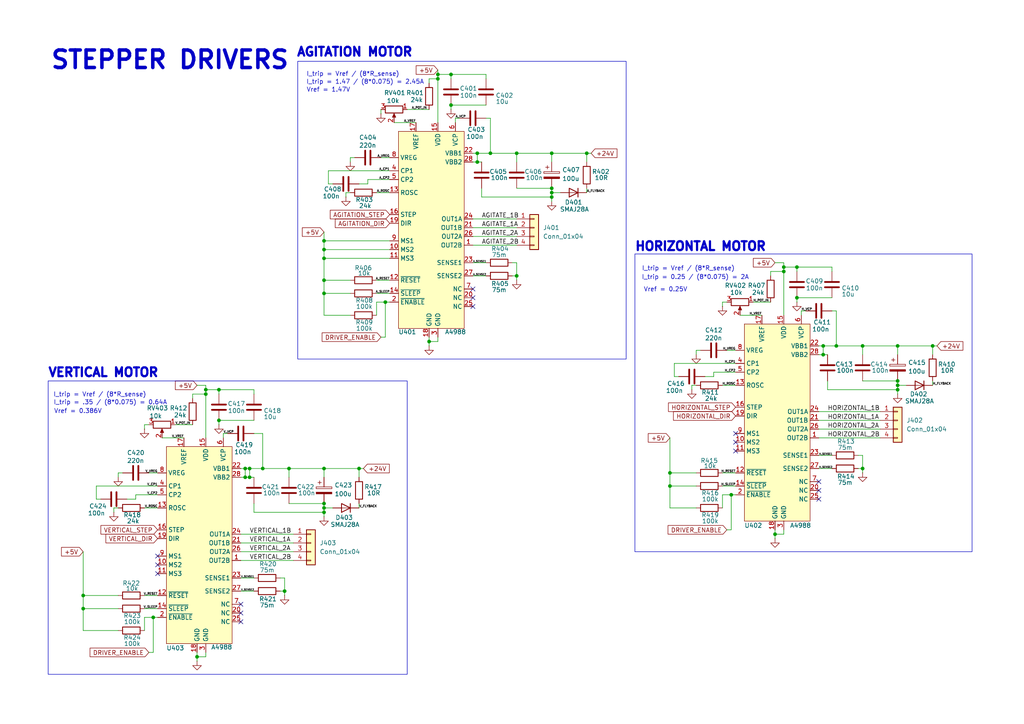
<source format=kicad_sch>
(kicad_sch (version 20250114) (generator "eeschema") (generator_version "9.0")
  (paper "A4")
  (lib_symbols
    (symbol "A4988_1"
      (property "Reference" "U" (at -7.874 20.066 0))
      (property "Value" "A4988" (at 7.366 -39.37 0))
      (symbol "A4988_1_1_1"
        (pin passive line (at -11.43 11.43 0) (length 2.54) (name "VREG") (number "8"))
        (pin input line (at -11.43 7.62 0) (length 2.54) (name "CP1") (number "4"))
        (pin input line (at -11.43 5.08 0) (length 2.54) (name "CP2") (number "5"))
        (pin input line (at -11.43 1.27 0) (length 2.54) (name "ROSC") (number "13"))
        (pin input line (at -11.43 -5.08 0) (length 2.54) (name "STEP") (number "16"))
        (pin input line (at -11.43 -7.62 0) (length 2.54) (name "DIR") (number "19"))
        (pin input line (at -11.43 -12.7 0) (length 2.54) (name "MS1") (number "9"))
        (pin input line (at -11.43 -15.24 0) (length 2.54) (name "MS2") (number "10"))
        (pin input line (at -11.43 -17.78 0) (length 2.54) (name "MS3") (number "11"))
        (pin input line (at -11.43 -24.13 0) (length 2.54) (name "~{RESET}") (number "12"))
        (pin input line (at -11.43 -27.94 0) (length 2.54) (name "~{SLEEP}") (number "14"))
        (pin input line (at -11.43 -30.48 0) (length 2.54) (name "~{ENABLE}") (number "2"))
        (pin passive line (at -3.81 21.59 270) (length 2.54) (name "VREF") (number "17"))
        (pin passive line (at 0 -40.64 90) (length 2.54) (name "GND") (number "18"))
        (pin passive line (at 0 -40.64 90) (length 2.54) (hide yes) (name "GND") (number "29"))
        (pin passive line (at 2.54 21.59 270) (length 2.54) (name "VDD") (number "15"))
        (pin passive line (at 2.54 -40.64 90) (length 2.54) (name "GND") (number "3"))
        (pin input line (at 7.62 21.59 270) (length 2.54) (name "VCP") (number "6"))
        (pin input line (at 12.7 12.7 180) (length 2.54) (name "VBB1") (number "22"))
        (pin input line (at 12.7 10.16 180) (length 2.54) (name "VBB2") (number "28"))
        (pin output line (at 12.7 -6.35 180) (length 2.54) (name "OUT1A") (number "24"))
        (pin output line (at 12.7 -8.89 180) (length 2.54) (name "OUT1B") (number "21"))
        (pin output line (at 12.7 -11.43 180) (length 2.54) (name "OUT2A") (number "26"))
        (pin output line (at 12.7 -13.97 180) (length 2.54) (name "OUT2B") (number "1"))
        (pin passive line (at 12.7 -19.05 180) (length 2.54) (name "SENSE1") (number "23"))
        (pin passive line (at 12.7 -22.86 180) (length 2.54) (name "SENSE2") (number "27"))
        (pin passive line (at 12.7 -26.67 180) (length 2.54) (name "NC") (number "7"))
        (pin passive line (at 12.7 -29.21 180) (length 2.54) (name "NC") (number "20"))
        (pin passive line (at 12.7 -31.75 180) (length 2.54) (name "NC") (number "25"))
      )
    )
    (symbol "A4988_2"
      (property "Reference" "U" (at -7.874 20.066 0))
      (property "Value" "A4988" (at 7.366 -39.37 0))
      (symbol "A4988_2_1_1"
        (pin passive line (at -11.43 11.43 0) (length 2.54) (name "VREG") (number "8"))
        (pin input line (at -11.43 7.62 0) (length 2.54) (name "CP1") (number "4"))
        (pin input line (at -11.43 5.08 0) (length 2.54) (name "CP2") (number "5"))
        (pin input line (at -11.43 1.27 0) (length 2.54) (name "ROSC") (number "13"))
        (pin input line (at -11.43 -5.08 0) (length 2.54) (name "STEP") (number "16"))
        (pin input line (at -11.43 -7.62 0) (length 2.54) (name "DIR") (number "19"))
        (pin input line (at -11.43 -12.7 0) (length 2.54) (name "MS1") (number "9"))
        (pin input line (at -11.43 -15.24 0) (length 2.54) (name "MS2") (number "10"))
        (pin input line (at -11.43 -17.78 0) (length 2.54) (name "MS3") (number "11"))
        (pin input line (at -11.43 -24.13 0) (length 2.54) (name "~{RESET}") (number "12"))
        (pin input line (at -11.43 -27.94 0) (length 2.54) (name "~{SLEEP}") (number "14"))
        (pin input line (at -11.43 -30.48 0) (length 2.54) (name "~{ENABLE}") (number "2"))
        (pin passive line (at -3.81 21.59 270) (length 2.54) (name "VREF") (number "17"))
        (pin passive line (at 0 -40.64 90) (length 2.54) (name "GND") (number "18"))
        (pin passive line (at 0 -40.64 90) (length 2.54) (hide yes) (name "GND") (number "29"))
        (pin passive line (at 2.54 21.59 270) (length 2.54) (name "VDD") (number "15"))
        (pin passive line (at 2.54 -40.64 90) (length 2.54) (name "GND") (number "3"))
        (pin input line (at 7.62 21.59 270) (length 2.54) (name "VCP") (number "6"))
        (pin input line (at 12.7 12.7 180) (length 2.54) (name "VBB1") (number "22"))
        (pin input line (at 12.7 10.16 180) (length 2.54) (name "VBB2") (number "28"))
        (pin output line (at 12.7 -6.35 180) (length 2.54) (name "OUT1A") (number "24"))
        (pin output line (at 12.7 -8.89 180) (length 2.54) (name "OUT1B") (number "21"))
        (pin output line (at 12.7 -11.43 180) (length 2.54) (name "OUT2A") (number "26"))
        (pin output line (at 12.7 -13.97 180) (length 2.54) (name "OUT2B") (number "1"))
        (pin passive line (at 12.7 -19.05 180) (length 2.54) (name "SENSE1") (number "23"))
        (pin passive line (at 12.7 -22.86 180) (length 2.54) (name "SENSE2") (number "27"))
        (pin passive line (at 12.7 -26.67 180) (length 2.54) (name "NC") (number "7"))
        (pin passive line (at 12.7 -29.21 180) (length 2.54) (name "NC") (number "20"))
        (pin passive line (at 12.7 -31.75 180) (length 2.54) (name "NC") (number "25"))
      )
    )
    (symbol "Connector_Generic:Conn_01x04" (pin_names (offset 1.016) (hide yes))
      (property "Reference" "J" (at 0 5.08 0))
      (property "Value" "Conn_01x04" (at 0 -7.62 0))
      (symbol "Conn_01x04_1_1"
        (pin passive line (at -5.08 2.54 0) (length 3.81) (name "Pin_1") (number "1"))
        (pin passive line (at -5.08 0 0) (length 3.81) (name "Pin_2") (number "2"))
        (pin passive line (at -5.08 -2.54 0) (length 3.81) (name "Pin_3") (number "3"))
        (pin passive line (at -5.08 -5.08 0) (length 3.81) (name "Pin_4") (number "4"))
      )
    )
    (symbol "Device:C" (pin_numbers (hide yes)) (pin_names (offset 0.254))
      (property "Reference" "C" (at 0.635 2.54 0))
      (property "Value" "C" (at 0.635 -2.54 0))
      (symbol "C_1_1"
        (pin passive line (at 0 3.81 270) (length 2.794) (name "~") (number "1"))
        (pin passive line (at 0 -3.81 90) (length 2.794) (name "~") (number "2"))
      )
    )
    (symbol "Device:C_Polarized" (pin_numbers (hide yes)) (pin_names (offset 0.254))
      (property "Reference" "C" (at 0.635 2.54 0))
      (property "Value" "C_Polarized" (at 0.635 -2.54 0))
      (symbol "C_Polarized_1_1"
        (pin passive line (at 0 3.81 270) (length 2.794) (name "~") (number "1"))
        (pin passive line (at 0 -3.81 90) (length 2.794) (name "~") (number "2"))
      )
    )
    (symbol "Device:D" (pin_numbers (hide yes)) (pin_names (offset 1.016) (hide yes))
      (property "Reference" "D" (at 0 2.54 0))
      (property "Value" "D" (at 0 -2.54 0))
      (symbol "D_1_1"
        (pin passive line (at -3.81 0 0) (length 2.54) (name "K") (number "1"))
        (pin passive line (at 3.81 0 180) (length 2.54) (name "A") (number "2"))
      )
    )
    (symbol "Device:R" (pin_numbers (hide yes)) (pin_names (offset 0))
      (property "Reference" "R" (at 2.032 0 90))
      (property "Value" "R" (at 0 0 90))
      (symbol "R_1_1"
        (pin passive line (at 0 3.81 270) (length 1.27) (name "~") (number "1"))
        (pin passive line (at 0 -3.81 90) (length 1.27) (name "~") (number "2"))
      )
    )
    (symbol "Device:R_Potentiometer" (pin_names (offset 1.016) (hide yes))
      (property "Reference" "RV" (at -4.445 0 90))
      (property "Value" "R_Potentiometer" (at -2.54 0 90))
      (symbol "R_Potentiometer_1_1"
        (pin passive line (at 0 3.81 270) (length 1.27) (name "1") (number "1"))
        (pin passive line (at 0 -3.81 90) (length 1.27) (name "3") (number "3"))
        (pin passive line (at 3.81 0 180) (length 1.27) (name "2") (number "2"))
      )
    )
    (symbol "a4988_symbol:A4988"
      (property "Reference" "U" (at -7.874 20.066 0))
      (property "Value" "A4988" (at 7.366 -39.37 0))
      (symbol "A4988_1_1"
        (pin passive line (at -11.43 11.43 0) (length 2.54) (name "VREG") (number "8"))
        (pin input line (at -11.43 7.62 0) (length 2.54) (name "CP1") (number "4"))
        (pin input line (at -11.43 5.08 0) (length 2.54) (name "CP2") (number "5"))
        (pin input line (at -11.43 1.27 0) (length 2.54) (name "ROSC") (number "13"))
        (pin input line (at -11.43 -5.08 0) (length 2.54) (name "STEP") (number "16"))
        (pin input line (at -11.43 -7.62 0) (length 2.54) (name "DIR") (number "19"))
        (pin input line (at -11.43 -12.7 0) (length 2.54) (name "MS1") (number "9"))
        (pin input line (at -11.43 -15.24 0) (length 2.54) (name "MS2") (number "10"))
        (pin input line (at -11.43 -17.78 0) (length 2.54) (name "MS3") (number "11"))
        (pin input line (at -11.43 -24.13 0) (length 2.54) (name "~{RESET}") (number "12"))
        (pin input line (at -11.43 -27.94 0) (length 2.54) (name "~{SLEEP}") (number "14"))
        (pin input line (at -11.43 -30.48 0) (length 2.54) (name "~{ENABLE}") (number "2"))
        (pin passive line (at -3.81 21.59 270) (length 2.54) (name "VREF") (number "17"))
        (pin passive line (at 0 -40.64 90) (length 2.54) (name "GND") (number "18"))
        (pin passive line (at 0 -40.64 90) (length 2.54) (hide yes) (name "GND") (number "29"))
        (pin passive line (at 2.54 21.59 270) (length 2.54) (name "VDD") (number "15"))
        (pin passive line (at 2.54 -40.64 90) (length 2.54) (name "GND") (number "3"))
        (pin input line (at 7.62 21.59 270) (length 2.54) (name "VCP") (number "6"))
        (pin input line (at 12.7 12.7 180) (length 2.54) (name "VBB1") (number "22"))
        (pin input line (at 12.7 10.16 180) (length 2.54) (name "VBB2") (number "28"))
        (pin output line (at 12.7 -6.35 180) (length 2.54) (name "OUT1A") (number "24"))
        (pin output line (at 12.7 -8.89 180) (length 2.54) (name "OUT1B") (number "21"))
        (pin output line (at 12.7 -11.43 180) (length 2.54) (name "OUT2A") (number "26"))
        (pin output line (at 12.7 -13.97 180) (length 2.54) (name "OUT2B") (number "1"))
        (pin passive line (at 12.7 -19.05 180) (length 2.54) (name "SENSE1") (number "23"))
        (pin passive line (at 12.7 -22.86 180) (length 2.54) (name "SENSE2") (number "27"))
        (pin passive line (at 12.7 -26.67 180) (length 2.54) (name "NC") (number "7"))
        (pin passive line (at 12.7 -29.21 180) (length 2.54) (name "NC") (number "20"))
        (pin passive line (at 12.7 -31.75 180) (length 2.54) (name "NC") (number "25"))
      )
    )
    (symbol "power:GND" (power) (pin_numbers (hide yes)) (pin_names (offset 0) (hide yes))
      (property "Value" "GND" (at 0 -3.81 0))
      (symbol "GND_1_1"
        (pin power_in line (at 0 0 270) (length 0) (name "~") (number "1"))
      )
    )
  )
  (rectangle (start 86.36 17.78) (end 181.61 104.14))
  (rectangle (start 184.15 73.66) (end 281.94 160.02))
  (rectangle (start 13.97 110.49) (end 118.11 195.58))
  (text "I_trip = 0.25 / (8*0.075) = 2A" (at 201.676 80.518 0) (effects (font (size 1.27 1.27))))
  (text "I_trip = Vref / (8*R_sense)" (at 28.956 114.554 0) (effects (font (size 1.27 1.27))))
  (text "I_trip = Vref / (8*R_sense)" (at 102.362 21.59 0) (effects (font (size 1.27 1.27))))
  (text "Vref = 1.47V" (at 95.25 26.162 0) (effects (font (size 1.27 1.27))))
  (text "I_trip = Vref / (8*R_sense)" (at 199.644 77.978 0) (effects (font (size 1.27 1.27))))
  (text "VERTICAL MOTOR" (at 29.972 108.204 0) (effects (font (size 2.54 2.54) (thickness 1.016) (bold yes))))
  (text "Vref = 0.386V" (at 22.606 119.38 0) (effects (font (size 1.27 1.27))))
  (text "I_trip = .35 / (8*0.075) = 0.64A" (at 32.004 116.84 0) (effects (font (size 1.27 1.27))))
  (text "AGITATION MOTOR" (at 102.87 15.24 0) (effects (font (size 2.54 2.54) (thickness 1.016) (bold yes))))
  (text "STEPPER DRIVERS" (at 49.276 17.526 0) (effects (font (size 5.08 5.08) (thickness 1.016) (bold yes))))
  (text "Vref = 0.25V" (at 193.04 84.074 0) (effects (font (size 1.27 1.27))))
  (text "HORIZONTAL MOTOR" (at 203.2 71.628 0) (effects (font (size 2.54 2.54) (thickness 1.016) (bold yes))))
  (text "I_trip = 1.47 / (8*0.075) = 2.45A" (at 105.918 23.876 0) (effects (font (size 1.27 1.27))))
  (junction (at 242.57 100.33))
  (junction (at 72.39 135.89))
  (junction (at 194.31 137.16))
  (junction (at 231.14 86.36))
  (junction (at 111.76 87.63))
  (junction (at 76.2 135.89))
  (junction (at 124.46 99.06))
  (junction (at 138.43 46.99))
  (junction (at 250.19 100.33))
  (junction (at 71.12 138.43))
  (junction (at 194.31 140.97))
  (junction (at 160.02 44.45))
  (junction (at 130.81 21.59))
  (junction (at 260.35 110.49))
  (junction (at 63.5 121.92))
  (junction (at 231.14 77.47))
  (junction (at 170.18 44.45))
  (junction (at 93.98 74.93))
  (junction (at 24.13 176.53))
  (junction (at 93.98 72.39))
  (junction (at 260.35 100.33))
  (junction (at 127 21.59))
  (junction (at 72.39 138.43))
  (junction (at 270.51 100.33))
  (junction (at 130.81 30.48))
  (junction (at 238.76 100.33))
  (junction (at 227.33 77.47))
  (junction (at 160.02 54.61))
  (junction (at 93.98 146.05))
  (junction (at 59.69 114.3))
  (junction (at 83.82 135.89))
  (junction (at 238.76 102.87))
  (junction (at 149.86 80.01))
  (junction (at 82.55 171.45))
  (junction (at 93.98 69.85))
  (junction (at 149.86 44.45))
  (junction (at 138.43 44.45))
  (junction (at 224.79 154.94))
  (junction (at 212.09 143.51))
  (junction (at 93.98 135.89))
  (junction (at 93.98 85.09))
  (junction (at 44.45 179.07))
  (junction (at 142.24 44.45))
  (junction (at 93.98 148.59))
  (junction (at 160.02 55.88))
  (junction (at 160.02 57.15))
  (junction (at 250.19 135.89))
  (junction (at 63.5 113.03))
  (junction (at 260.35 111.76))
  (junction (at 93.98 81.28))
  (junction (at 260.35 113.03))
  (junction (at 93.98 147.32))
  (junction (at 227.33 78.74))
  (junction (at 71.12 135.89))
  (junction (at 57.15 190.5))
  (junction (at 127 22.86))
  (junction (at 59.69 113.03))
  (junction (at 104.14 135.89))
  (junction (at 24.13 172.72))
  (no_connect (at 237.49 139.7))
  (no_connect (at 45.72 163.83))
  (no_connect (at 213.36 130.81))
  (no_connect (at 137.16 83.82))
  (no_connect (at 137.16 86.36))
  (no_connect (at 213.36 125.73))
  (no_connect (at 213.36 128.27))
  (no_connect (at 45.72 161.29))
  (no_connect (at 137.16 88.9))
  (no_connect (at 69.85 180.34))
  (no_connect (at 45.72 166.37))
  (no_connect (at 69.85 177.8))
  (no_connect (at 237.49 144.78))
  (no_connect (at 69.85 175.26))
  (no_connect (at 237.49 142.24))
  (wire (pts (xy 43.18 123.19) (xy 41.91 123.19)))
  (wire (pts (xy 64.77 125.73) (xy 66.04 125.73)))
  (wire (pts (xy 237.49 132.08) (xy 241.3 132.08)))
  (wire (pts (xy 132.08 35.56) (xy 132.08 34.29)))
  (wire (pts (xy 93.98 148.59) (xy 93.98 149.86)))
  (wire (pts (xy 240.03 113.03) (xy 260.35 113.03)))
  (wire (pts (xy 113.03 72.39) (xy 93.98 72.39)))
  (wire (pts (xy 212.09 143.51) (xy 212.09 153.67)))
  (wire (pts (xy 231.14 77.47) (xy 231.14 78.74)))
  (wire (pts (xy 238.76 100.33) (xy 242.57 100.33)))
  (wire (pts (xy 39.37 143.51) (xy 39.37 144.78)))
  (wire (pts (xy 201.93 101.6) (xy 203.2 101.6)))
  (wire (pts (xy 27.94 140.97) (xy 27.94 144.78)))
  (wire (pts (xy 27.94 140.97) (xy 45.72 140.97)))
  (wire (pts (xy 194.31 147.32) (xy 194.31 140.97)))
  (wire (pts (xy 238.76 102.87) (xy 240.03 102.87)))
  (wire (pts (xy 170.18 44.45) (xy 170.18 46.99)))
  (wire (pts (xy 57.15 111.76) (xy 59.69 111.76)))
  (wire (pts (xy 223.52 78.74) (xy 227.33 78.74)))
  (wire (pts (xy 140.97 34.29) (xy 142.24 34.29)))
  (wire (pts (xy 209.55 87.63) (xy 209.55 88.9)))
  (wire (pts (xy 250.19 100.33) (xy 250.19 102.87)))
  (wire (pts (xy 114.3 35.56) (xy 120.65 35.56)))
  (wire (pts (xy 111.76 87.63) (xy 113.03 87.63)))
  (wire (pts (xy 201.93 147.32) (xy 194.31 147.32)))
  (wire (pts (xy 109.22 87.63) (xy 109.22 91.44)))
  (wire (pts (xy 41.91 123.19) (xy 41.91 124.46)))
  (wire (pts (xy 100.33 55.88) (xy 100.33 57.15)))
  (wire (pts (xy 39.37 143.51) (xy 45.72 143.51)))
  (wire (pts (xy 59.69 190.5) (xy 57.15 190.5)))
  (wire (pts (xy 270.51 100.33) (xy 271.78 100.33)))
  (wire (pts (xy 270.51 110.49) (xy 270.51 111.76)))
  (wire (pts (xy 130.81 30.48) (xy 130.81 31.75)))
  (wire (pts (xy 224.79 153.67) (xy 224.79 154.94)))
  (wire (pts (xy 137.16 71.12) (xy 149.86 71.12)))
  (wire (pts (xy 231.14 86.36) (xy 241.3 86.36)))
  (wire (pts (xy 170.18 44.45) (xy 171.45 44.45)))
  (wire (pts (xy 237.49 135.89) (xy 241.3 135.89)))
  (wire (pts (xy 34.29 137.16) (xy 35.56 137.16)))
  (wire (pts (xy 93.98 74.93) (xy 93.98 72.39)))
  (wire (pts (xy 76.2 125.73) (xy 76.2 135.89)))
  (wire (pts (xy 72.39 135.89) (xy 72.39 138.43)))
  (wire (pts (xy 73.66 146.05) (xy 73.66 148.59)))
  (wire (pts (xy 149.86 80.01) (xy 149.86 81.28)))
  (wire (pts (xy 36.83 144.78) (xy 39.37 144.78)))
  (wire (pts (xy 209.55 137.16) (xy 213.36 137.16)))
  (wire (pts (xy 250.19 100.33) (xy 260.35 100.33)))
  (wire (pts (xy 24.13 160.02) (xy 24.13 172.72)))
  (wire (pts (xy 59.69 114.3) (xy 59.69 113.03)))
  (wire (pts (xy 41.91 172.72) (xy 45.72 172.72)))
  (wire (pts (xy 111.76 87.63) (xy 111.76 97.79)))
  (wire (pts (xy 227.33 91.44) (xy 227.33 78.74)))
  (wire (pts (xy 93.98 135.89) (xy 93.98 138.43)))
  (wire (pts (xy 194.31 140.97) (xy 194.31 137.16)))
  (wire (pts (xy 127 99.06) (xy 124.46 99.06)))
  (wire (pts (xy 104.14 146.05) (xy 104.14 147.32)))
  (wire (pts (xy 83.82 146.05) (xy 93.98 146.05)))
  (wire (pts (xy 101.6 91.44) (xy 93.98 91.44)))
  (wire (pts (xy 270.51 100.33) (xy 260.35 100.33)))
  (wire (pts (xy 34.29 147.32) (xy 33.02 147.32)))
  (wire (pts (xy 237.49 119.38) (xy 255.27 119.38)))
  (wire (pts (xy 57.15 189.23) (xy 57.15 190.5)))
  (wire (pts (xy 237.49 121.92) (xy 255.27 121.92)))
  (wire (pts (xy 250.19 135.89) (xy 250.19 137.16)))
  (wire (pts (xy 227.33 76.2) (xy 227.33 77.47)))
  (wire (pts (xy 124.46 22.86) (xy 127 22.86)))
  (wire (pts (xy 260.35 113.03) (xy 260.35 114.3)))
  (wire (pts (xy 260.35 110.49) (xy 260.35 111.76)))
  (wire (pts (xy 24.13 176.53) (xy 24.13 172.72)))
  (wire (pts (xy 43.18 137.16) (xy 45.72 137.16)))
  (wire (pts (xy 55.88 114.3) (xy 55.88 115.57)))
  (wire (pts (xy 109.22 55.88) (xy 113.03 55.88)))
  (wire (pts (xy 142.24 34.29) (xy 142.24 44.45)))
  (wire (pts (xy 224.79 154.94) (xy 224.79 156.21)))
  (wire (pts (xy 209.55 143.51) (xy 209.55 147.32)))
  (wire (pts (xy 34.29 138.43) (xy 34.29 137.16)))
  (wire (pts (xy 130.81 21.59) (xy 130.81 22.86)))
  (wire (pts (xy 82.55 167.64) (xy 82.55 171.45)))
  (wire (pts (xy 270.51 100.33) (xy 270.51 102.87)))
  (wire (pts (xy 113.03 74.93) (xy 93.98 74.93)))
  (wire (pts (xy 57.15 190.5) (xy 57.15 191.77)))
  (wire (pts (xy 106.68 52.07) (xy 113.03 52.07)))
  (wire (pts (xy 110.49 31.75) (xy 110.49 33.02)))
  (wire (pts (xy 124.46 97.79) (xy 124.46 99.06)))
  (wire (pts (xy 44.45 179.07) (xy 45.72 179.07)))
  (wire (pts (xy 113.03 69.85) (xy 93.98 69.85)))
  (wire (pts (xy 44.45 179.07) (xy 44.45 189.23)))
  (wire (pts (xy 207.01 107.95) (xy 207.01 109.22)))
  (wire (pts (xy 64.77 127) (xy 64.77 125.73)))
  (wire (pts (xy 27.94 144.78) (xy 29.21 144.78)))
  (wire (pts (xy 59.69 113.03) (xy 63.5 113.03)))
  (wire (pts (xy 127 21.59) (xy 127 22.86)))
  (wire (pts (xy 242.57 90.17) (xy 242.57 100.33)))
  (wire (pts (xy 248.92 135.89) (xy 250.19 135.89)))
  (wire (pts (xy 237.49 102.87) (xy 238.76 102.87)))
  (wire (pts (xy 248.92 132.08) (xy 250.19 132.08)))
  (wire (pts (xy 148.59 80.01) (xy 149.86 80.01)))
  (wire (pts (xy 101.6 45.72) (xy 102.87 45.72)))
  (wire (pts (xy 63.5 113.03) (xy 63.5 114.3)))
  (wire (pts (xy 160.02 55.88) (xy 160.02 57.15)))
  (wire (pts (xy 238.76 100.33) (xy 238.76 102.87)))
  (wire (pts (xy 118.11 31.75) (xy 124.46 31.75)))
  (wire (pts (xy 69.85 157.48) (xy 85.09 157.48)))
  (wire (pts (xy 93.98 72.39) (xy 93.98 69.85)))
  (wire (pts (xy 95.25 49.53) (xy 113.03 49.53)))
  (wire (pts (xy 44.45 189.23) (xy 43.18 189.23)))
  (wire (pts (xy 71.12 135.89) (xy 69.85 135.89)))
  (wire (pts (xy 71.12 138.43) (xy 72.39 138.43)))
  (wire (pts (xy 218.44 87.63) (xy 223.52 87.63)))
  (wire (pts (xy 101.6 55.88) (xy 100.33 55.88)))
  (wire (pts (xy 127 22.86) (xy 127 35.56)))
  (wire (pts (xy 138.43 46.99) (xy 139.7 46.99)))
  (wire (pts (xy 200.66 111.76) (xy 200.66 113.03)))
  (wire (pts (xy 124.46 99.06) (xy 124.46 100.33)))
  (wire (pts (xy 109.22 85.09) (xy 113.03 85.09)))
  (wire (pts (xy 127 21.59) (xy 130.81 21.59)))
  (wire (pts (xy 170.18 44.45) (xy 160.02 44.45)))
  (wire (pts (xy 142.24 44.45) (xy 149.86 44.45)))
  (wire (pts (xy 194.31 127) (xy 194.31 137.16)))
  (wire (pts (xy 137.16 66.04) (xy 149.86 66.04)))
  (wire (pts (xy 81.28 171.45) (xy 82.55 171.45)))
  (wire (pts (xy 24.13 172.72) (xy 34.29 172.72)))
  (wire (pts (xy 109.22 87.63) (xy 111.76 87.63)))
  (wire (pts (xy 101.6 46.99) (xy 101.6 45.72)))
  (wire (pts (xy 132.08 34.29) (xy 133.35 34.29)))
  (wire (pts (xy 240.03 110.49) (xy 240.03 113.03)))
  (wire (pts (xy 212.09 153.67) (xy 210.82 153.67)))
  (wire (pts (xy 238.76 100.33) (xy 237.49 100.33)))
  (wire (pts (xy 73.66 113.03) (xy 73.66 114.3)))
  (wire (pts (xy 73.66 148.59) (xy 93.98 148.59)))
  (wire (pts (xy 69.85 160.02) (xy 85.09 160.02)))
  (wire (pts (xy 93.98 81.28) (xy 93.98 74.93)))
  (wire (pts (xy 69.85 162.56) (xy 85.09 162.56)))
  (wire (pts (xy 210.82 87.63) (xy 209.55 87.63)))
  (wire (pts (xy 69.85 154.94) (xy 85.09 154.94)))
  (wire (pts (xy 195.58 109.22) (xy 196.85 109.22)))
  (wire (pts (xy 160.02 54.61) (xy 160.02 55.88)))
  (wire (pts (xy 93.98 146.05) (xy 93.98 147.32)))
  (wire (pts (xy 81.28 167.64) (xy 82.55 167.64)))
  (wire (pts (xy 95.25 53.34) (xy 96.52 53.34)))
  (wire (pts (xy 59.69 111.76) (xy 59.69 113.03)))
  (wire (pts (xy 227.33 154.94) (xy 224.79 154.94)))
  (wire (pts (xy 194.31 140.97) (xy 201.93 140.97)))
  (wire (pts (xy 231.14 77.47) (xy 241.3 77.47)))
  (wire (pts (xy 95.25 49.53) (xy 95.25 53.34)))
  (wire (pts (xy 69.85 171.45) (xy 73.66 171.45)))
  (wire (pts (xy 104.14 135.89) (xy 104.14 138.43)))
  (wire (pts (xy 104.14 135.89) (xy 93.98 135.89)))
  (wire (pts (xy 24.13 176.53) (xy 34.29 176.53)))
  (wire (pts (xy 59.69 127) (xy 59.69 114.3)))
  (wire (pts (xy 138.43 44.45) (xy 142.24 44.45)))
  (wire (pts (xy 110.49 45.72) (xy 113.03 45.72)))
  (wire (pts (xy 140.97 21.59) (xy 140.97 22.86)))
  (wire (pts (xy 33.02 147.32) (xy 33.02 148.59)))
  (wire (pts (xy 46.99 127) (xy 53.34 127)))
  (wire (pts (xy 93.98 147.32) (xy 96.52 147.32)))
  (wire (pts (xy 109.22 81.28) (xy 113.03 81.28)))
  (wire (pts (xy 195.58 105.41) (xy 195.58 109.22)))
  (wire (pts (xy 241.3 77.47) (xy 241.3 78.74)))
  (wire (pts (xy 83.82 135.89) (xy 93.98 135.89)))
  (wire (pts (xy 149.86 54.61) (xy 160.02 54.61)))
  (wire (pts (xy 63.5 113.03) (xy 73.66 113.03)))
  (wire (pts (xy 63.5 121.92) (xy 63.5 123.19)))
  (wire (pts (xy 63.5 121.92) (xy 73.66 121.92)))
  (wire (pts (xy 83.82 135.89) (xy 83.82 138.43)))
  (wire (pts (xy 104.14 53.34) (xy 106.68 53.34)))
  (wire (pts (xy 41.91 176.53) (xy 45.72 176.53)))
  (wire (pts (xy 139.7 57.15) (xy 160.02 57.15)))
  (wire (pts (xy 139.7 54.61) (xy 139.7 57.15)))
  (wire (pts (xy 212.09 143.51) (xy 213.36 143.51)))
  (wire (pts (xy 72.39 138.43) (xy 73.66 138.43)))
  (wire (pts (xy 93.98 147.32) (xy 93.98 148.59)))
  (wire (pts (xy 69.85 167.64) (xy 73.66 167.64)))
  (wire (pts (xy 210.82 101.6) (xy 213.36 101.6)))
  (wire (pts (xy 24.13 182.88) (xy 24.13 176.53)))
  (wire (pts (xy 138.43 44.45) (xy 138.43 46.99)))
  (wire (pts (xy 93.98 85.09) (xy 93.98 81.28)))
  (wire (pts (xy 34.29 182.88) (xy 24.13 182.88)))
  (wire (pts (xy 237.49 127) (xy 255.27 127)))
  (wire (pts (xy 232.41 91.44) (xy 232.41 90.17)))
  (wire (pts (xy 227.33 77.47) (xy 231.14 77.47)))
  (wire (pts (xy 201.93 111.76) (xy 200.66 111.76)))
  (wire (pts (xy 231.14 86.36) (xy 231.14 87.63)))
  (wire (pts (xy 41.91 179.07) (xy 44.45 179.07)))
  (wire (pts (xy 149.86 76.2) (xy 149.86 80.01)))
  (wire (pts (xy 194.31 137.16) (xy 201.93 137.16)))
  (wire (pts (xy 41.91 147.32) (xy 45.72 147.32)))
  (wire (pts (xy 93.98 85.09) (xy 101.6 85.09)))
  (wire (pts (xy 104.14 135.89) (xy 105.41 135.89)))
  (wire (pts (xy 73.66 125.73) (xy 76.2 125.73)))
  (wire (pts (xy 209.55 143.51) (xy 212.09 143.51)))
  (wire (pts (xy 137.16 63.5) (xy 149.86 63.5)))
  (wire (pts (xy 137.16 80.01) (xy 140.97 80.01)))
  (wire (pts (xy 69.85 138.43) (xy 71.12 138.43)))
  (wire (pts (xy 209.55 140.97) (xy 213.36 140.97)))
  (wire (pts (xy 55.88 114.3) (xy 59.69 114.3)))
  (wire (pts (xy 201.93 102.87) (xy 201.93 101.6)))
  (wire (pts (xy 50.8 123.19) (xy 55.88 123.19)))
  (wire (pts (xy 170.18 54.61) (xy 170.18 55.88)))
  (wire (pts (xy 250.19 132.08) (xy 250.19 135.89)))
  (wire (pts (xy 59.69 189.23) (xy 59.69 190.5)))
  (wire (pts (xy 72.39 135.89) (xy 71.12 135.89)))
  (wire (pts (xy 82.55 171.45) (xy 82.55 172.72)))
  (wire (pts (xy 124.46 24.13) (xy 124.46 22.86)))
  (wire (pts (xy 130.81 21.59) (xy 140.97 21.59)))
  (wire (pts (xy 232.41 90.17) (xy 233.68 90.17)))
  (wire (pts (xy 209.55 111.76) (xy 213.36 111.76)))
  (wire (pts (xy 127 97.79) (xy 127 99.06)))
  (wire (pts (xy 160.02 57.15) (xy 160.02 58.42)))
  (wire (pts (xy 110.49 97.79) (xy 111.76 97.79)))
  (wire (pts (xy 130.81 30.48) (xy 140.97 30.48)))
  (wire (pts (xy 207.01 107.95) (xy 213.36 107.95)))
  (wire (pts (xy 250.19 110.49) (xy 260.35 110.49)))
  (wire (pts (xy 224.79 76.2) (xy 227.33 76.2)))
  (wire (pts (xy 93.98 67.31) (xy 93.98 69.85)))
  (wire (pts (xy 149.86 44.45) (xy 160.02 44.45)))
  (wire (pts (xy 160.02 55.88) (xy 162.56 55.88)))
  (wire (pts (xy 260.35 111.76) (xy 262.89 111.76)))
  (wire (pts (xy 223.52 78.74) (xy 223.52 80.01)))
  (wire (pts (xy 160.02 44.45) (xy 160.02 46.99)))
  (wire (pts (xy 137.16 76.2) (xy 140.97 76.2)))
  (wire (pts (xy 137.16 46.99) (xy 138.43 46.99)))
  (wire (pts (xy 148.59 76.2) (xy 149.86 76.2)))
  (wire (pts (xy 237.49 124.46) (xy 255.27 124.46)))
  (wire (pts (xy 260.35 100.33) (xy 260.35 102.87)))
  (wire (pts (xy 137.16 68.58) (xy 149.86 68.58)))
  (wire (pts (xy 93.98 81.28) (xy 101.6 81.28)))
  (wire (pts (xy 195.58 105.41) (xy 213.36 105.41)))
  (wire (pts (xy 76.2 135.89) (xy 83.82 135.89)))
  (wire (pts (xy 260.35 111.76) (xy 260.35 113.03)))
  (wire (pts (xy 214.63 91.44) (xy 220.98 91.44)))
  (wire (pts (xy 138.43 44.45) (xy 137.16 44.45)))
  (wire (pts (xy 41.91 179.07) (xy 41.91 182.88)))
  (wire (pts (xy 241.3 90.17) (xy 242.57 90.17)))
  (wire (pts (xy 227.33 78.74) (xy 227.33 77.47)))
  (wire (pts (xy 242.57 100.33) (xy 250.19 100.33)))
  (wire (pts (xy 204.47 109.22) (xy 207.01 109.22)))
  (wire (pts (xy 227.33 153.67) (xy 227.33 154.94)))
  (wire (pts (xy 72.39 135.89) (xy 76.2 135.89)))
  (wire (pts (xy 93.98 91.44) (xy 93.98 85.09)))
  (wire (pts (xy 149.86 44.45) (xy 149.86 46.99)))
  (wire (pts (xy 127 20.32) (xy 127 21.59)))
  (wire (pts (xy 106.68 52.07) (xy 106.68 53.34)))
  (wire (pts (xy 71.12 135.89) (xy 71.12 138.43)))
  (label "V_CP2" (at 45.72 143.51 180) (effects (font (size 0.635 0.635))))
  (label "H_RESET" (at 213.36 137.16 180) (effects (font (size 0.635 0.635))))
  (label "AGITATE_2B" (at 139.7 71.12 0))
  (label "VERTICAL_2A" (at 72.39 160.02 0))
  (label "HORIZONTAL_1B" (at 240.03 119.38 0))
  (label "AGITATE_1A" (at 139.7 66.04 0))
  (label "V_RESET" (at 45.72 172.72 180) (effects (font (size 0.635 0.635))))
  (label "H_SENSE2" (at 237.49 135.89 0) (effects (font (size 0.508 0.508))))
  (label "H_SLEEP" (at 213.36 140.97 180) (effects (font (size 0.635 0.635))))
  (label "A_SENSE2" (at 137.16 80.01 0) (effects (font (size 0.508 0.508))))
  (label "V_VCP" (at 64.77 125.73 0) (effects (font (size 0.635 0.635))))
  (label "V_FLYBACK" (at 104.14 147.32 0) (effects (font (size 0.635 0.635))))
  (label "A_CP1" (at 113.03 49.53 180) (effects (font (size 0.635 0.635))))
  (label "HORIZONTAL_2B" (at 240.03 127 0))
  (label "A_POT_IN" (at 119.38 31.75 0) (effects (font (size 0.635 0.635))))
  (label "H_CP1" (at 213.36 105.41 180) (effects (font (size 0.635 0.635))))
  (label "H_VREG" (at 213.36 101.6 180) (effects (font (size 0.635 0.635))))
  (label "A_SENSE1" (at 137.16 76.2 0) (effects (font (size 0.508 0.508))))
  (label "VERTICAL_1A" (at 72.39 157.48 0))
  (label "A_RESET" (at 113.03 81.28 180) (effects (font (size 0.635 0.635))))
  (label "V_ROSC" (at 45.72 147.32 180) (effects (font (size 0.635 0.635))))
  (label "V_SENSE1" (at 69.85 167.64 0) (effects (font (size 0.508 0.508))))
  (label "AGITATE_2A" (at 139.7 68.58 0))
  (label "V_VREG" (at 45.72 137.16 180) (effects (font (size 0.635 0.635))))
  (label "H_CP2" (at 213.36 107.95 180) (effects (font (size 0.635 0.635))))
  (label "A_VREG" (at 113.03 45.72 180) (effects (font (size 0.635 0.635))))
  (label "V_VREF" (at 53.34 127 180) (effects (font (size 0.635 0.635))))
  (label "A_SLEEP" (at 113.03 85.09 180) (effects (font (size 0.635 0.635))))
  (label "VERTICAL_1B" (at 72.39 154.94 0))
  (label "VERTICAL_2B" (at 72.39 162.56 0))
  (label "A_ROSC" (at 113.03 55.88 180) (effects (font (size 0.635 0.635))))
  (label "A_VREF" (at 120.65 35.56 180) (effects (font (size 0.635 0.635))))
  (label "HORIZONTAL_2A" (at 240.03 124.46 0))
  (label "V_CP1" (at 45.72 140.97 180) (effects (font (size 0.635 0.635))))
  (label "A_VCP" (at 132.08 34.29 0) (effects (font (size 0.635 0.635))))
  (label "AGITATE_1B" (at 139.7 63.5 0))
  (label "A_CP2" (at 113.03 52.07 180) (effects (font (size 0.635 0.635))))
  (label "A_FLYBACK" (at 170.18 55.88 0) (effects (font (size 0.635 0.635))))
  (label "V_POT_IN" (at 50.8 123.19 0) (effects (font (size 0.635 0.635))))
  (label "H_VCP" (at 232.41 90.17 0) (effects (font (size 0.635 0.635))))
  (label "H_POT_IN" (at 218.44 87.63 0) (effects (font (size 0.635 0.635))))
  (label "V_SLEEP" (at 45.72 176.53 180) (effects (font (size 0.635 0.635))))
  (label "H_VREF" (at 220.98 91.44 180) (effects (font (size 0.635 0.635))))
  (label "HORIZONTAL_1A" (at 240.03 121.92 0))
  (label "H_ROSC" (at 213.36 111.76 180) (effects (font (size 0.635 0.635))))
  (label "V_SENSE2" (at 69.85 171.45 0) (effects (font (size 0.508 0.508))))
  (label "H_FLYBACK" (at 270.51 111.76 0) (effects (font (size 0.635 0.635))))
  (label "H_SENSE1" (at 237.49 132.08 0) (effects (font (size 0.508 0.508))))
  (global_label "+5V" (shape input) (at 194.31 127 180) (property "Intersheetrefs" "${INTERSHEET_REFS}" (effects (hide yes))))
  (global_label "+24V" (shape input) (at 171.45 44.45 0) (property "Intersheetrefs" "${INTERSHEET_REFS}" (effects (hide yes))))
  (global_label "VERTICAL_DIR" (shape input) (at 45.72 156.21 180) (property "Intersheetrefs" "${INTERSHEET_REFS}" (effects (hide yes))))
  (global_label "+5V" (shape input) (at 57.15 111.76 180) (property "Intersheetrefs" "${INTERSHEET_REFS}" (effects (hide yes))))
  (global_label "+24V" (shape input) (at 271.78 100.33 0) (property "Intersheetrefs" "${INTERSHEET_REFS}" (effects (hide yes))))
  (global_label "DRIVER_ENABLE" (shape input) (at 210.82 153.67 180) (property "Intersheetrefs" "${INTERSHEET_REFS}" (effects (hide yes))))
  (global_label "AGITATION_STEP" (shape input) (at 113.03 62.23 180) (property "Intersheetrefs" "${INTERSHEET_REFS}" (effects (hide yes))))
  (global_label "+5V" (shape input) (at 224.79 76.2 180) (property "Intersheetrefs" "${INTERSHEET_REFS}" (effects (hide yes))))
  (global_label "HORIZONTAL_DIR" (shape input) (at 213.36 120.65 180) (property "Intersheetrefs" "${INTERSHEET_REFS}" (effects (hide yes))))
  (global_label "+5V" (shape input) (at 127 20.32 180) (property "Intersheetrefs" "${INTERSHEET_REFS}" (effects (hide yes))))
  (global_label "AGITATION_DIR" (shape input) (at 113.03 64.77 180) (property "Intersheetrefs" "${INTERSHEET_REFS}" (effects (hide yes))))
  (global_label "VERTICAL_STEP" (shape input) (at 45.72 153.67 180) (property "Intersheetrefs" "${INTERSHEET_REFS}" (effects (hide yes))))
  (global_label "DRIVER_ENABLE" (shape input) (at 110.49 97.79 180) (property "Intersheetrefs" "${INTERSHEET_REFS}" (effects (hide yes))))
  (global_label "+5V" (shape input) (at 93.98 67.31 180) (property "Intersheetrefs" "${INTERSHEET_REFS}" (effects (hide yes))))
  (global_label "+24V" (shape input) (at 105.41 135.89 0) (property "Intersheetrefs" "${INTERSHEET_REFS}" (effects (hide yes))))
  (global_label "DRIVER_ENABLE" (shape input) (at 43.18 189.23 180) (property "Intersheetrefs" "${INTERSHEET_REFS}" (effects (hide yes))))
  (global_label "HORIZONTAL_STEP" (shape input) (at 213.36 118.11 180) (property "Intersheetrefs" "${INTERSHEET_REFS}" (effects (hide yes))))
  (global_label "+5V" (shape input) (at 24.13 160.02 180) (property "Intersheetrefs" "${INTERSHEET_REFS}" (effects (hide yes))))
  (symbol (lib_id "power:GND") (at 209.55 88.9 0) (unit 1)
    (property "Reference" "#PWR0408" (effects (hide yes)))
    (property "Value" "GND" (effects (hide yes)))
    (property "Description" "Power symbol creates a global label with name \"GND\" , ground" (effects (hide yes)))
  )
  (symbol (lib_id "power:GND") (at 200.66 113.03 0) (unit 1)
    (property "Reference" "#PWR0411" (effects (hide yes)))
    (property "Value" "GND" (effects (hide yes)))
    (property "Description" "Power symbol creates a global label with name \"GND\" , ground" (effects (hide yes)))
  )
  (symbol (lib_id "Device:R_Potentiometer") (at 114.3 31.75 270) (unit 1)
    (property "Reference" "RV401" (at 117.602 26.924 90) (effects (justify right)))
    (property "Value" "10k" (at 115.824 29.21 90) (effects (justify right)))
    (property "Footprint" "Potentiometer_SMD:Potentiometer_Bourns_3314J_Vertical" (effects (hide yes)))
    (property "Description" "Potentiometer" (effects (hide yes)))
    (property "Manufacturer" "BOURNS" (effects (hide yes)))
    (property "MPN" "3314J-1-103E" (effects (hide yes)))
    (property "LCSC Part Number" "C36376" (effects (hide yes)))
  )
  (symbol (lib_id "Device:R") (at 105.41 81.28 90) (unit 1)
    (property "Reference" "R406" (at 107.95 77.724 90) (effects (justify left)))
    (property "Value" "10k" (at 107.442 79.248 90) (effects (justify left)))
    (property "Footprint" "Resistor_SMD:R_0603_1608Metric" (effects (hide yes)))
    (property "Description" "Resistor" (effects (hide yes)))
    (property "Manufacturer" "UNI-ROYAL(Uniroyal Elec)" (effects (hide yes)))
    (property "MPN" "0603WAF1002T5E" (effects (hide yes)))
    (property "LCSC Part Number" "C25804" (effects (hide yes)))
  )
  (symbol (lib_id "power:GND") (at 57.15 191.77 0) (unit 1)
    (property "Reference" "#PWR0421" (effects (hide yes)))
    (property "Value" "GND" (effects (hide yes)))
    (property "Description" "Power symbol creates a global label with name \"GND\" , ground" (effects (hide yes)))
  )
  (symbol (lib_id "Device:R") (at 205.74 140.97 90) (unit 1)
    (property "Reference" "R416" (at 205.994 143.002 90))
    (property "Value" "100k" (at 205.994 144.78 90))
    (property "Footprint" "Resistor_SMD:R_0603_1608Metric" (effects (hide yes)))
    (property "Description" "Resistor" (effects (hide yes)))
    (property "Manufacturer" "UNI-ROYAL(Uniroyal Elec)" (effects (hide yes)))
    (property "MPN" "0603WAF1003T5E" (effects (hide yes)))
    (property "LCSC Part Number" "C25803" (effects (hide yes)))
  )
  (symbol (lib_id "power:GND") (at 160.02 58.42 0) (unit 1)
    (property "Reference" "#PWR0405" (effects (hide yes)))
    (property "Value" "GND" (effects (hide yes)))
    (property "Description" "Power symbol creates a global label with name \"GND\" , ground" (effects (hide yes)))
  )
  (symbol (lib_id "Device:C") (at 207.01 101.6 270) (unit 1)
    (property "Reference" "C412" (at 204.47 95.758 90) (effects (justify left)))
    (property "Value" "220n" (at 204.47 98.044 90) (effects (justify left)))
    (property "Footprint" "Capacitor_SMD:C_0805_2012Metric" (effects (hide yes)))
    (property "Description" "Unpolarized capacitor" (effects (hide yes)))
    (property "Manufacturer" "Samsung Electro-Mechanics" (effects (hide yes)))
    (property "MPN" "CL21B224KBFNNNE" (effects (hide yes)))
    (property "LCSC Part Number" "C5378" (effects (hide yes)))
  )
  (symbol (lib_id "Device:R_Potentiometer") (at 46.99 123.19 270) (unit 1)
    (property "Reference" "RV403" (at 48.768 118.364 90) (effects (justify right)))
    (property "Value" "10k" (at 46.99 120.65 90) (effects (justify right)))
    (property "Footprint" "Potentiometer_SMD:Potentiometer_Bourns_3314J_Vertical" (effects (hide yes)))
    (property "Description" "Potentiometer" (effects (hide yes)))
    (property "Manufacturer" "BOURNS" (effects (hide yes)))
    (property "MPN" "3314J-1-103E" (effects (hide yes)))
    (property "LCSC Part Number" "C36376" (effects (hide yes)))
  )
  (symbol (lib_id "power:GND") (at 124.46 100.33 0) (unit 1)
    (property "Reference" "#PWR0409" (effects (hide yes)))
    (property "Value" "GND" (effects (hide yes)))
    (property "Description" "Power symbol creates a global label with name \"GND\" , ground" (effects (hide yes)))
  )
  (symbol (lib_id "Device:C") (at 140.97 26.67 0) (unit 1)
    (property "Reference" "C402" (at 143.764 27.686 0) (effects (justify left)))
    (property "Value" "10u" (at 143.764 29.464 0) (effects (justify left)))
    (property "Footprint" "Capacitor_SMD:C_0603_1608Metric" (effects (hide yes)))
    (property "Description" "Unpolarized capacitor" (effects (hide yes)))
    (property "Manufacturer" "Samsung Electro-Mechanics" (effects (hide yes)))
    (property "MPN" "CL10A106MA8NRNC" (effects (hide yes)))
    (property "LCSC Part Number" "C96446" (effects (hide yes)))
  )
  (symbol (lib_id "Device:R") (at 223.52 83.82 180) (unit 1)
    (property "Reference" "R407" (at 221.996 82.804 0) (effects (justify left)))
    (property "Value" "24k" (at 221.742 84.836 0) (effects (justify left)))
    (property "Footprint" "Resistor_SMD:R_0603_1608Metric" (effects (hide yes)))
    (property "Description" "Resistor" (effects (hide yes)))
    (property "Manufacturer" "UNI-ROYAL(Uniroyal Elec)" (effects (hide yes)))
    (property "MPN" "0603WAF2402T5E" (effects (hide yes)))
    (property "LCSC Part Number" "C23352" (effects (hide yes)))
  )
  (symbol (lib_id "a4988_symbol:A4988") (at 57.15 148.59 0) (unit 1)
    (property "Reference" "U403" (at 48.26 187.96 0) (effects (justify left)))
    (property "Value" "A4988" (at 61.214 187.706 0) (effects (justify left)))
    (property "Footprint" "Package_DFN_QFN:QFN-28-1EP_5x5mm_P0.5mm_EP3.25x3.25mm_ThermalVias" (effects (hide yes)))
    (property "Datasheet" "kicad-embed://A4988-Datasheet.pdf" (effects (hide yes)))
    (property "Manufacturer" "Allegro MicroSystems, LLC" (effects (hide yes)))
    (property "MPN" "A4988SETTR-T" (effects (hide yes)))
    (property "LCSC Part Number" "C38437" (effects (hide yes)))
  )
  (symbol (lib_id "Device:R") (at 38.1 172.72 90) (unit 1)
    (property "Reference" "R422" (at 40.64 169.164 90) (effects (justify left)))
    (property "Value" "10k" (at 40.132 170.688 90) (effects (justify left)))
    (property "Footprint" "Resistor_SMD:R_0603_1608Metric" (effects (hide yes)))
    (property "Description" "Resistor" (effects (hide yes)))
    (property "Manufacturer" "UNI-ROYAL(Uniroyal Elec)" (effects (hide yes)))
    (property "MPN" "0603WAF1002T5E" (effects (hide yes)))
    (property "LCSC Part Number" "C25804" (effects (hide yes)))
  )
  (symbol (lib_id "power:GND") (at 260.35 114.3 0) (unit 1)
    (property "Reference" "#PWR0412" (effects (hide yes)))
    (property "Value" "GND" (effects (hide yes)))
    (property "Description" "Power symbol creates a global label with name \"GND\" , ground" (effects (hide yes)))
  )
  (symbol (lib_id "power:GND") (at 224.79 156.21 0) (unit 1)
    (property "Reference" "#PWR0419" (effects (hide yes)))
    (property "Value" "GND" (effects (hide yes)))
    (property "Description" "Power symbol creates a global label with name \"GND\" , ground" (effects (hide yes)))
  )
  (symbol (lib_id "power:GND") (at 101.6 46.99 0) (unit 1)
    (property "Reference" "#PWR0403" (effects (hide yes)))
    (property "Value" "GND" (effects (hide yes)))
    (property "Description" "Power symbol creates a global label with name \"GND\" , ground" (effects (hide yes)))
  )
  (symbol (lib_id "power:GND") (at 34.29 138.43 0) (unit 1)
    (property "Reference" "#PWR0416" (effects (hide yes)))
    (property "Value" "GND" (effects (hide yes)))
    (property "Description" "Power symbol creates a global label with name \"GND\" , ground" (effects (hide yes)))
  )
  (symbol (lib_id "Device:C") (at 137.16 34.29 90) (unit 1)
    (property "Reference" "C403" (at 140.716 37.592 90) (effects (justify left)))
    (property "Value" "100n" (at 140.208 39.624 90) (effects (justify left)))
    (property "Footprint" "Capacitor_SMD:C_0603_1608Metric" (effects (hide yes)))
    (property "Description" "Unpolarized capacitor" (effects (hide yes)))
    (property "Manufacturer" "YAGEO" (effects (hide yes)))
    (property "MPN" "CC0603KRX7R9BB104" (effects (hide yes)))
    (property "LCSC Part Number" "C14663" (effects (hide yes)))
  )
  (symbol (lib_id "Device:C") (at 241.3 82.55 0) (unit 1)
    (property "Reference" "C410" (at 244.094 83.566 0) (effects (justify left)))
    (property "Value" "10u" (at 244.094 85.344 0) (effects (justify left)))
    (property "Footprint" "Capacitor_SMD:C_0603_1608Metric" (effects (hide yes)))
    (property "Description" "Unpolarized capacitor" (effects (hide yes)))
    (property "Manufacturer" "Samsung Electro-Mechanics" (effects (hide yes)))
    (property "MPN" "CL10A106MA8NRNC" (effects (hide yes)))
    (property "LCSC Part Number" "C96446" (effects (hide yes)))
  )
  (symbol (lib_id "power:GND") (at 250.19 137.16 0) (unit 1)
    (property "Reference" "#PWR0415" (effects (hide yes)))
    (property "Value" "GND" (effects (hide yes)))
    (property "Description" "Power symbol creates a global label with name \"GND\" , ground" (effects (hide yes)))
  )
  (symbol (lib_id "Device:R") (at 245.11 132.08 90) (unit 1)
    (property "Reference" "R413" (at 245.364 128.016 90))
    (property "Value" "75m" (at 245.11 129.794 90))
    (property "Footprint" "Resistor_SMD:R_1206_3216Metric" (effects (hide yes)))
    (property "Description" "Resistor" (effects (hide yes)))
    (property "Manufacturer" "Ever Ohms Tech" (effects (hide yes)))
    (property "MPN" "CR1206FR075P05R" (effects (hide yes)))
    (property "LCSC Part Number" "C149663" (effects (hide yes)))
  )
  (symbol (lib_id "Device:C") (at 100.33 53.34 90) (unit 1)
    (property "Reference" "C408" (at 99.06 54.864 90) (effects (justify left)))
    (property "Value" "100n" (at 98.552 56.896 90) (effects (justify left)))
    (property "Footprint" "Capacitor_SMD:C_0603_1608Metric" (effects (hide yes)))
    (property "Description" "Unpolarized capacitor" (effects (hide yes)))
    (property "Manufacturer" "YAGEO" (effects (hide yes)))
    (property "MPN" "CC0603KRX7R9BB104" (effects (hide yes)))
    (property "LCSC Part Number" "C14663" (effects (hide yes)))
  )
  (symbol (lib_id "Device:R") (at 205.74 147.32 90) (unit 1)
    (property "Reference" "R419" (at 205.994 149.352 90))
    (property "Value" "100k" (at 205.994 151.13 90))
    (property "Footprint" "Resistor_SMD:R_0603_1608Metric" (effects (hide yes)))
    (property "Description" "Resistor" (effects (hide yes)))
    (property "Manufacturer" "UNI-ROYAL(Uniroyal Elec)" (effects (hide yes)))
    (property "MPN" "0603WAF1003T5E" (effects (hide yes)))
    (property "LCSC Part Number" "C25803" (effects (hide yes)))
  )
  (symbol (lib_id "Device:C") (at 69.85 125.73 90) (unit 1)
    (property "Reference" "C419" (at 73.406 129.032 90) (effects (justify left)))
    (property "Value" "100n" (at 72.898 131.064 90) (effects (justify left)))
    (property "Footprint" "Capacitor_SMD:C_0603_1608Metric" (effects (hide yes)))
    (property "Description" "Unpolarized capacitor" (effects (hide yes)))
    (property "Manufacturer" "YAGEO" (effects (hide yes)))
    (property "MPN" "CC0603KRX7R9BB104" (effects (hide yes)))
    (property "LCSC Part Number" "C14663" (effects (hide yes)))
  )
  (symbol (lib_id "Device:C") (at 83.82 142.24 180) (unit 1)
    (property "Reference" "C422" (at 91.186 141.224 0) (effects (justify left)))
    (property "Value" "100n" (at 91.44 143.002 0) (effects (justify left)))
    (property "Footprint" "Capacitor_SMD:C_0603_1608Metric" (effects (hide yes)))
    (property "Description" "Unpolarized capacitor" (effects (hide yes)))
    (property "Manufacturer" "YAGEO" (effects (hide yes)))
    (property "MPN" "CC0603KRX7R9BB104" (effects (hide yes)))
    (property "LCSC Part Number" "C14663" (effects (hide yes)))
  )
  (symbol (lib_id "power:GND") (at 33.02 148.59 0) (unit 1)
    (property "Reference" "#PWR0417" (effects (hide yes)))
    (property "Value" "GND" (effects (hide yes)))
    (property "Description" "Power symbol creates a global label with name \"GND\" , ground" (effects (hide yes)))
  )
  (symbol (lib_id "Device:R") (at 270.51 106.68 0) (unit 1)
    (property "Reference" "R410" (at 272.034 105.664 0) (effects (justify left)))
    (property "Value" "10R" (at 272.796 107.442 0) (effects (justify left)))
    (property "Footprint" "Resistor_SMD:R_0603_1608Metric" (effects (hide yes)))
    (property "Description" "Resistor" (effects (hide yes)))
    (property "Manufacturer" "UNI-ROYAL(Uniroyal Elec)" (effects (hide yes)))
    (property "MPN" "0603WAF100JT5E" (effects (hide yes)))
    (property "LCSC Part Number" "C22859" (effects (hide yes)))
  )
  (symbol (lib_id "Device:R") (at 124.46 27.94 180) (unit 1)
    (property "Reference" "R401" (at 122.936 26.924 0) (effects (justify left)))
    (property "Value" "24k" (at 122.682 28.956 0) (effects (justify left)))
    (property "Footprint" "Resistor_SMD:R_0603_1608Metric" (effects (hide yes)))
    (property "Description" "Resistor" (effects (hide yes)))
    (property "Manufacturer" "UNI-ROYAL(Uniroyal Elec)" (effects (hide yes)))
    (property "MPN" "0603WAF2402T5E" (effects (hide yes)))
    (property "LCSC Part Number" "C23352" (effects (hide yes)))
  )
  (symbol (lib_id "Device:C_Polarized") (at 160.02 50.8 0) (unit 1)
    (property "Reference" "C407" (at 163.068 49.276 0) (effects (justify left)))
    (property "Value" "100u" (at 163.068 51.816 0) (effects (justify left)))
    (property "Footprint" "Capacitor_SMD:CP_Elec_6.3x7.7" (effects (hide yes)))
    (property "Description" "Polarized capacitor" (effects (hide yes)))
    (property "Manufacturer" "Honor Elec" (effects (hide yes)))
    (property "MPN" "RVT1V101M0607" (effects (hide yes)))
    (property "LCSC Part Number" "C3339" (effects (hide yes)))
  )
  (symbol (lib_id "Device:D") (at 166.37 55.88 180) (unit 1)
    (property "Reference" "D401" (at 166.37 58.674 0))
    (property "Value" "SMAJ28A" (at 166.624 60.706 0))
    (property "Footprint" "Diode_SMD:D_SMA" (effects (hide yes)))
    (property "Description" "Diode" (effects (hide yes)))
    (property "Sim.Device" "D" (effects (hide yes)))
    (property "Sim.Pins" "1=K 2=A" (effects (hide yes)))
    (property "Manufacturer" "Littelfuse" (effects (hide yes)))
    (property "MPN" "SMAJ28A" (effects (hide yes)))
    (property "LCSC Part Number" "C148227" (effects (hide yes)))
  )
  (symbol (lib_id "Device:C") (at 63.5 118.11 180) (unit 1)
    (property "Reference" "C417" (at 68.58 117.094 0))
    (property "Value" "100n" (at 68.58 119.126 0))
    (property "Footprint" "Capacitor_SMD:C_0402_1005Metric" (effects (hide yes)))
    (property "Description" "Unpolarized capacitor" (effects (hide yes)))
    (property "Manufacturer" "Samsung Electro-Mechanics" (effects (hide yes)))
    (property "MPN" "CL05B104KO5NNNC" (effects (hide yes)))
    (property "LCSC Part Number" "C1525" (effects (hide yes)))
  )
  (symbol (lib_id "Device:D") (at 100.33 147.32 180) (unit 1)
    (property "Reference" "D403" (at 99.822 150.114 0))
    (property "Value" "SMAJ28A" (at 100.076 152.146 0))
    (property "Footprint" "Diode_SMD:D_SMA" (effects (hide yes)))
    (property "Description" "Diode" (effects (hide yes)))
    (property "Sim.Device" "D" (effects (hide yes)))
    (property "Sim.Pins" "1=K 2=A" (effects (hide yes)))
    (property "Manufacturer" "Littelfuse" (effects (hide yes)))
    (property "MPN" "SMAJ28A" (effects (hide yes)))
    (property "LCSC Part Number" "C148227" (effects (hide yes)))
  )
  (symbol (lib_id "power:GND") (at 110.49 33.02 0) (unit 1)
    (property "Reference" "#PWR0402" (effects (hide yes)))
    (property "Value" "GND" (effects (hide yes)))
    (property "Description" "Power symbol creates a global label with name \"GND\" , ground" (effects (hide yes)))
  )
  (symbol (lib_id "power:GND") (at 82.55 172.72 0) (unit 1)
    (property "Reference" "#PWR0420" (effects (hide yes)))
    (property "Value" "GND" (effects (hide yes)))
    (property "Description" "Power symbol creates a global label with name \"GND\" , ground" (effects (hide yes)))
  )
  (symbol (lib_id "Device:R") (at 105.41 85.09 90) (unit 1)
    (property "Reference" "R408" (at 105.664 87.122 90))
    (property "Value" "100k" (at 105.664 88.9 90))
    (property "Footprint" "Resistor_SMD:R_0603_1608Metric" (effects (hide yes)))
    (property "Description" "Resistor" (effects (hide yes)))
    (property "Manufacturer" "UNI-ROYAL(Uniroyal Elec)" (effects (hide yes)))
    (property "MPN" "0603WAF1003T5E" (effects (hide yes)))
    (property "LCSC Part Number" "C25803" (effects (hide yes)))
  )
  (symbol (lib_id "Device:C") (at 73.66 118.11 0) (unit 1)
    (property "Reference" "C418" (at 76.454 119.126 0) (effects (justify left)))
    (property "Value" "10u" (at 76.454 120.904 0) (effects (justify left)))
    (property "Footprint" "Capacitor_SMD:C_0603_1608Metric" (effects (hide yes)))
    (property "Description" "Unpolarized capacitor" (effects (hide yes)))
    (property "Manufacturer" "Samsung Electro-Mechanics" (effects (hide yes)))
    (property "MPN" "CL10A106MA8NRNC" (effects (hide yes)))
    (property "LCSC Part Number" "C96446" (effects (hide yes)))
  )
  (symbol (lib_id "Device:R") (at 38.1 182.88 90) (unit 1)
    (property "Reference" "R424" (at 38.354 184.912 90))
    (property "Value" "100k" (at 38.354 186.69 90))
    (property "Footprint" "Resistor_SMD:R_0603_1608Metric" (effects (hide yes)))
    (property "Description" "Resistor" (effects (hide yes)))
    (property "Manufacturer" "UNI-ROYAL(Uniroyal Elec)" (effects (hide yes)))
    (property "MPN" "0603WAF1003T5E" (effects (hide yes)))
    (property "LCSC Part Number" "C25803" (effects (hide yes)))
  )
  (symbol (lib_id "Device:C") (at 240.03 106.68 180) (unit 1)
    (property "Reference" "C413" (at 247.396 105.664 0) (effects (justify left)))
    (property "Value" "100n" (at 247.65 107.442 0) (effects (justify left)))
    (property "Footprint" "Capacitor_SMD:C_0603_1608Metric" (effects (hide yes)))
    (property "Description" "Unpolarized capacitor" (effects (hide yes)))
    (property "Manufacturer" "YAGEO" (effects (hide yes)))
    (property "MPN" "CC0603KRX7R9BB104" (effects (hide yes)))
    (property "LCSC Part Number" "C14663" (effects (hide yes)))
  )
  (symbol (lib_id "Device:R") (at 38.1 176.53 90) (unit 1)
    (property "Reference" "R423" (at 38.354 178.562 90))
    (property "Value" "100k" (at 38.354 180.34 90))
    (property "Footprint" "Resistor_SMD:R_0603_1608Metric" (effects (hide yes)))
    (property "Description" "Resistor" (effects (hide yes)))
    (property "Manufacturer" "UNI-ROYAL(Uniroyal Elec)" (effects (hide yes)))
    (property "MPN" "0603WAF1003T5E" (effects (hide yes)))
    (property "LCSC Part Number" "C25803" (effects (hide yes)))
  )
  (symbol (lib_id "Device:R") (at 55.88 119.38 180) (unit 1)
    (property "Reference" "R412" (at 54.356 118.364 0) (effects (justify left)))
    (property "Value" "24k" (at 54.102 120.396 0) (effects (justify left)))
    (property "Footprint" "Resistor_SMD:R_0603_1608Metric" (effects (hide yes)))
    (property "Description" "Resistor" (effects (hide yes)))
    (property "Manufacturer" "UNI-ROYAL(Uniroyal Elec)" (effects (hide yes)))
    (property "MPN" "0603WAF2402T5E" (effects (hide yes)))
    (property "LCSC Part Number" "C23352" (effects (hide yes)))
  )
  (symbol (lib_name "A4988_2") (lib_id "a4988_symbol:A4988") (at 224.79 113.03 0) (unit 1)
    (property "Reference" "U402" (at 215.9 152.4 0) (effects (justify left)))
    (property "Value" "A4988" (at 229.108 152.4 0) (effects (justify left)))
    (property "Footprint" "Package_DFN_QFN:QFN-28-1EP_5x5mm_P0.5mm_EP3.25x3.25mm_ThermalVias" (effects (hide yes)))
    (property "Datasheet" "kicad-embed://A4988-Datasheet.pdf" (effects (hide yes)))
    (property "Manufacturer" "Allegro MicroSystems, LLC" (effects (hide yes)))
    (property "MPN" "A4988SETTR-T" (effects (hide yes)))
    (property "LCSC Part Number" "C38437" (effects (hide yes)))
  )
  (symbol (lib_id "Connector_Generic:Conn_01x04") (at 260.35 121.92 0) (unit 1) (in_bom no)
    (property "Reference" "J402" (at 262.89 121.9199 0) (effects (justify left)))
    (property "Value" "Conn_01x04" (at 262.89 124.4599 0) (effects (justify left)))
    (property "Footprint" "TerminalBlock:TerminalBlock_bornier-4_P5.08mm" (effects (hide yes)))
    (property "Description" "Generic connector, single row, 01x04, script generated (kicad-library-utils/schlib/autogen/connector/)" (effects (hide yes)))
  )
  (symbol (lib_id "Device:R") (at 205.74 137.16 90) (unit 1)
    (property "Reference" "R415" (at 208.28 133.604 90) (effects (justify left)))
    (property "Value" "10k" (at 207.772 135.128 90) (effects (justify left)))
    (property "Footprint" "Resistor_SMD:R_0603_1608Metric" (effects (hide yes)))
    (property "Description" "Resistor" (effects (hide yes)))
    (property "Manufacturer" "UNI-ROYAL(Uniroyal Elec)" (effects (hide yes)))
    (property "MPN" "0603WAF1002T5E" (effects (hide yes)))
    (property "LCSC Part Number" "C25804" (effects (hide yes)))
  )
  (symbol (lib_id "Device:C") (at 39.37 137.16 270) (unit 1)
    (property "Reference" "C420" (at 36.83 131.318 90) (effects (justify left)))
    (property "Value" "220n" (at 36.83 133.604 90) (effects (justify left)))
    (property "Footprint" "Capacitor_SMD:C_0805_2012Metric" (effects (hide yes)))
    (property "Description" "Unpolarized capacitor" (effects (hide yes)))
    (property "Manufacturer" "Samsung Electro-Mechanics" (effects (hide yes)))
    (property "MPN" "CL21B224KBFNNNE" (effects (hide yes)))
    (property "LCSC Part Number" "C5378" (effects (hide yes)))
  )
  (symbol (lib_id "power:GND") (at 41.91 124.46 0) (unit 1)
    (property "Reference" "#PWR0414" (effects (hide yes)))
    (property "Value" "GND" (effects (hide yes)))
    (property "Description" "Power symbol creates a global label with name \"GND\" , ground" (effects (hide yes)))
  )
  (symbol (lib_id "power:GND") (at 63.5 123.19 0) (unit 1)
    (property "Reference" "#PWR0413" (effects (hide yes)))
    (property "Value" "GND" (effects (hide yes)))
    (property "Description" "Power symbol creates a global label with name \"GND\" , ground" (effects (hide yes)))
  )
  (symbol (lib_id "power:GND") (at 130.81 31.75 0) (unit 1)
    (property "Reference" "#PWR0401" (effects (hide yes)))
    (property "Value" "GND" (effects (hide yes)))
    (property "Description" "Power symbol creates a global label with name \"GND\" , ground" (effects (hide yes)))
  )
  (symbol (lib_id "power:GND") (at 100.33 57.15 0) (unit 1)
    (property "Reference" "#PWR0404" (effects (hide yes)))
    (property "Value" "GND" (effects (hide yes)))
    (property "Description" "Power symbol creates a global label with name \"GND\" , ground" (effects (hide yes)))
  )
  (symbol (lib_id "Device:R_Potentiometer") (at 214.63 87.63 270) (unit 1)
    (property "Reference" "RV402" (at 216.408 82.804 90) (effects (justify right)))
    (property "Value" "10k" (at 215.392 84.836 90) (effects (justify right)))
    (property "Footprint" "Potentiometer_SMD:Potentiometer_Bourns_3314J_Vertical" (effects (hide yes)))
    (property "Description" "Potentiometer" (effects (hide yes)))
    (property "Manufacturer" "BOURNS" (effects (hide yes)))
    (property "MPN" "3314J-1-103E" (effects (hide yes)))
    (property "LCSC Part Number" "C36376" (effects (hide yes)))
  )
  (symbol (lib_id "Device:C") (at 73.66 142.24 180) (unit 1)
    (property "Reference" "C421" (at 81.026 141.224 0) (effects (justify left)))
    (property "Value" "100n" (at 81.28 143.002 0) (effects (justify left)))
    (property "Footprint" "Capacitor_SMD:C_0603_1608Metric" (effects (hide yes)))
    (property "Description" "Unpolarized capacitor" (effects (hide yes)))
    (property "Manufacturer" "YAGEO" (effects (hide yes)))
    (property "MPN" "CC0603KRX7R9BB104" (effects (hide yes)))
    (property "LCSC Part Number" "C14663" (effects (hide yes)))
  )
  (symbol (lib_id "Device:R") (at 105.41 55.88 90) (unit 1)
    (property "Reference" "R403" (at 105.664 57.912 90))
    (property "Value" "24k" (at 105.918 59.69 90))
    (property "Footprint" "Resistor_SMD:R_0603_1608Metric" (effects (hide yes)))
    (property "Description" "Resistor" (effects (hide yes)))
    (property "Manufacturer" "UNI-ROYAL(Uniroyal Elec)" (effects (hide yes)))
    (property "MPN" "0603WAF2402T5E" (effects (hide yes)))
    (property "LCSC Part Number" "C23352" (effects (hide yes)))
  )
  (symbol (lib_id "Device:R") (at 205.74 111.76 90) (unit 1)
    (property "Reference" "R411" (at 205.994 113.792 90))
    (property "Value" "24k" (at 206.248 115.57 90))
    (property "Footprint" "Resistor_SMD:R_0603_1608Metric" (effects (hide yes)))
    (property "Description" "Resistor" (effects (hide yes)))
    (property "Manufacturer" "UNI-ROYAL(Uniroyal Elec)" (effects (hide yes)))
    (property "MPN" "0603WAF2402T5E" (effects (hide yes)))
    (property "LCSC Part Number" "C23352" (effects (hide yes)))
  )
  (symbol (lib_id "Device:C") (at 130.81 26.67 180) (unit 1)
    (property "Reference" "C401" (at 135.89 25.654 0))
    (property "Value" "100n" (at 135.89 27.686 0))
    (property "Footprint" "Capacitor_SMD:C_0402_1005Metric" (effects (hide yes)))
    (property "Description" "Unpolarized capacitor" (effects (hide yes)))
    (property "Manufacturer" "Samsung Electro-Mechanics" (effects (hide yes)))
    (property "MPN" "CL05B104KO5NNNC" (effects (hide yes)))
    (property "LCSC Part Number" "C1525" (effects (hide yes)))
  )
  (symbol (lib_id "power:GND") (at 201.93 102.87 0) (unit 1)
    (property "Reference" "#PWR0410" (effects (hide yes)))
    (property "Value" "GND" (effects (hide yes)))
    (property "Description" "Power symbol creates a global label with name \"GND\" , ground" (effects (hide yes)))
  )
  (symbol (lib_id "Device:C") (at 250.19 106.68 180) (unit 1)
    (property "Reference" "C414" (at 257.556 105.664 0) (effects (justify left)))
    (property "Value" "100n" (at 257.81 107.442 0) (effects (justify left)))
    (property "Footprint" "Capacitor_SMD:C_0603_1608Metric" (effects (hide yes)))
    (property "Description" "Unpolarized capacitor" (effects (hide yes)))
    (property "Manufacturer" "YAGEO" (effects (hide yes)))
    (property "MPN" "CC0603KRX7R9BB104" (effects (hide yes)))
    (property "LCSC Part Number" "C14663" (effects (hide yes)))
  )
  (symbol (lib_name "A4988_1") (lib_id "a4988_symbol:A4988") (at 124.46 57.15 0) (unit 1)
    (property "Reference" "U401" (at 115.57 96.266 0) (effects (justify left)))
    (property "Value" "A4988" (at 129.032 96.266 0) (effects (justify left)))
    (property "Footprint" "Package_DFN_QFN:QFN-28-1EP_5x5mm_P0.5mm_EP3.25x3.25mm_ThermalVias" (effects (hide yes)))
    (property "Datasheet" "kicad-embed://A4988-Datasheet.pdf" (effects (hide yes)))
    (property "Manufacturer" "Allegro MicroSystems, LLC" (effects (hide yes)))
    (property "MPN" "A4988SETTR-T" (effects (hide yes)))
    (property "LCSC Part Number" "C38437" (effects (hide yes)))
  )
  (symbol (lib_id "Device:C_Polarized") (at 93.98 142.24 0) (unit 1)
    (property "Reference" "C423" (at 97.028 140.716 0) (effects (justify left)))
    (property "Value" "100u" (at 97.028 143.256 0) (effects (justify left)))
    (property "Footprint" "Capacitor_SMD:CP_Elec_6.3x7.7" (effects (hide yes)))
    (property "Description" "Polarized capacitor" (effects (hide yes)))
    (property "Manufacturer" "Honor Elec" (effects (hide yes)))
    (property "MPN" "RVT1V101M0607" (effects (hide yes)))
    (property "LCSC Part Number" "C3339" (effects (hide yes)))
  )
  (symbol (lib_id "Connector_Generic:Conn_01x04") (at 90.17 157.48 0) (unit 1) (in_bom no)
    (property "Reference" "J403" (at 92.71 157.4799 0) (effects (justify left)))
    (property "Value" "Conn_01x04" (at 92.71 160.0199 0) (effects (justify left)))
    (property "Footprint" "TerminalBlock:TerminalBlock_bornier-4_P5.08mm" (effects (hide yes)))
    (property "Description" "Generic connector, single row, 01x04, script generated (kicad-library-utils/schlib/autogen/connector/)" (effects (hide yes)))
  )
  (symbol (lib_id "Device:C") (at 200.66 109.22 90) (unit 1)
    (property "Reference" "C416" (at 198.628 111.252 90) (effects (justify left)))
    (property "Value" "100n" (at 198.12 113.284 90) (effects (justify left)))
    (property "Footprint" "Capacitor_SMD:C_0603_1608Metric" (effects (hide yes)))
    (property "Description" "Unpolarized capacitor" (effects (hide yes)))
    (property "Manufacturer" "YAGEO" (effects (hide yes)))
    (property "MPN" "CC0603KRX7R9BB104" (effects (hide yes)))
    (property "LCSC Part Number" "C14663" (effects (hide yes)))
  )
  (symbol (lib_id "Device:D") (at 266.7 111.76 180) (unit 1)
    (property "Reference" "D402" (at 266.446 114.3 0))
    (property "Value" "SMAJ28A" (at 266.7 116.332 0))
    (property "Footprint" "Diode_SMD:D_SMA" (effects (hide yes)))
    (property "Description" "Diode" (effects (hide yes)))
    (property "Sim.Device" "D" (effects (hide yes)))
    (property "Sim.Pins" "1=K 2=A" (effects (hide yes)))
    (property "Manufacturer" "Littelfuse" (effects (hide yes)))
    (property "MPN" "SMAJ28A" (effects (hide yes)))
    (property "LCSC Part Number" "C148227" (effects (hide yes)))
  )
  (symbol (lib_id "Device:C") (at 139.7 50.8 180) (unit 1)
    (property "Reference" "C405" (at 147.066 49.784 0) (effects (justify left)))
    (property "Value" "100n" (at 147.32 51.562 0) (effects (justify left)))
    (property "Footprint" "Capacitor_SMD:C_0603_1608Metric" (effects (hide yes)))
    (property "Description" "Unpolarized capacitor" (effects (hide yes)))
    (property "Manufacturer" "YAGEO" (effects (hide yes)))
    (property "MPN" "CC0603KRX7R9BB104" (effects (hide yes)))
    (property "LCSC Part Number" "C14663" (effects (hide yes)))
  )
  (symbol (lib_id "Device:C_Polarized") (at 260.35 106.68 0) (unit 1)
    (property "Reference" "C415" (at 263.398 105.156 0) (effects (justify left)))
    (property "Value" "100u" (at 263.398 107.696 0) (effects (justify left)))
    (property "Footprint" "Capacitor_SMD:CP_Elec_6.3x7.7" (effects (hide yes)))
    (property "Description" "Polarized capacitor" (effects (hide yes)))
    (property "Manufacturer" "Honor Elec" (effects (hide yes)))
    (property "MPN" "RVT1V101M0607" (effects (hide yes)))
    (property "LCSC Part Number" "C3339" (effects (hide yes)))
  )
  (symbol (lib_id "Device:C") (at 231.14 82.55 180) (unit 1)
    (property "Reference" "C409" (at 236.22 81.534 0))
    (property "Value" "100n" (at 236.22 83.566 0))
    (property "Footprint" "Capacitor_SMD:C_0402_1005Metric" (effects (hide yes)))
    (property "Description" "Unpolarized capacitor" (effects (hide yes)))
    (property "Manufacturer" "Samsung Electro-Mechanics" (effects (hide yes)))
    (property "MPN" "CL05B104KO5NNNC" (effects (hide yes)))
    (property "LCSC Part Number" "C1525" (effects (hide yes)))
  )
  (symbol (lib_id "Connector_Generic:Conn_01x04") (at 154.94 66.04 0) (unit 1) (in_bom no)
    (property "Reference" "J401" (at 157.48 66.0399 0) (effects (justify left)))
    (property "Value" "Conn_01x04" (at 157.48 68.5799 0) (effects (justify left)))
    (property "Footprint" "TerminalBlock:TerminalBlock_bornier-4_P5.08mm" (effects (hide yes)))
    (property "Description" "Generic connector, single row, 01x04, script generated (kicad-library-utils/schlib/autogen/connector/)" (effects (hide yes)))
  )
  (symbol (lib_id "Device:R") (at 144.78 80.01 90) (unit 1)
    (property "Reference" "R405" (at 145.034 82.296 90))
    (property "Value" "75m" (at 144.78 84.074 90))
    (property "Footprint" "Resistor_SMD:R_1206_3216Metric" (effects (hide yes)))
    (property "Description" "Resistor" (effects (hide yes)))
    (property "Manufacturer" "Ever Ohms Tech" (effects (hide yes)))
    (property "MPN" "CR1206FR075P05R" (effects (hide yes)))
    (property "LCSC Part Number" "C149663" (effects (hide yes)))
  )
  (symbol (lib_id "Device:C") (at 106.68 45.72 270) (unit 1)
    (property "Reference" "C404" (at 104.14 39.878 90) (effects (justify left)))
    (property "Value" "220n" (at 104.14 42.164 90) (effects (justify left)))
    (property "Footprint" "Capacitor_SMD:C_0805_2012Metric" (effects (hide yes)))
    (property "Description" "Unpolarized capacitor" (effects (hide yes)))
    (property "Manufacturer" "Samsung Electro-Mechanics" (effects (hide yes)))
    (property "MPN" "CL21B224KBFNNNE" (effects (hide yes)))
    (property "LCSC Part Number" "C5378" (effects (hide yes)))
  )
  (symbol (lib_id "Device:C") (at 237.49 90.17 90) (unit 1)
    (property "Reference" "C411" (at 241.046 93.472 90) (effects (justify left)))
    (property "Value" "100n" (at 240.538 95.504 90) (effects (justify left)))
    (property "Footprint" "Capacitor_SMD:C_0603_1608Metric" (effects (hide yes)))
    (property "Description" "Unpolarized capacitor" (effects (hide yes)))
    (property "Manufacturer" "YAGEO" (effects (hide yes)))
    (property "MPN" "CC0603KRX7R9BB104" (effects (hide yes)))
    (property "LCSC Part Number" "C14663" (effects (hide yes)))
  )
  (symbol (lib_id "power:GND") (at 231.14 87.63 0) (unit 1)
    (property "Reference" "#PWR0407" (effects (hide yes)))
    (property "Value" "GND" (effects (hide yes)))
    (property "Description" "Power symbol creates a global label with name \"GND\" , ground" (effects (hide yes)))
  )
  (symbol (lib_id "Device:C") (at 149.86 50.8 180) (unit 1)
    (property "Reference" "C406" (at 157.226 49.784 0) (effects (justify left)))
    (property "Value" "100n" (at 157.48 51.562 0) (effects (justify left)))
    (property "Footprint" "Capacitor_SMD:C_0603_1608Metric" (effects (hide yes)))
    (property "Description" "Unpolarized capacitor" (effects (hide yes)))
    (property "Manufacturer" "YAGEO" (effects (hide yes)))
    (property "MPN" "CC0603KRX7R9BB104" (effects (hide yes)))
    (property "LCSC Part Number" "C14663" (effects (hide yes)))
  )
  (symbol (lib_id "power:GND") (at 93.98 149.86 0) (unit 1)
    (property "Reference" "#PWR0418" (effects (hide yes)))
    (property "Value" "GND" (effects (hide yes)))
    (property "Description" "Power symbol creates a global label with name \"GND\" , ground" (effects (hide yes)))
  )
  (symbol (lib_id "Device:R") (at 104.14 142.24 0) (unit 1)
    (property "Reference" "R417" (at 105.664 141.224 0) (effects (justify left)))
    (property "Value" "10R" (at 106.426 143.002 0) (effects (justify left)))
    (property "Footprint" "Resistor_SMD:R_0603_1608Metric" (effects (hide yes)))
    (property "Description" "Resistor" (effects (hide yes)))
    (property "Manufacturer" "UNI-ROYAL(Uniroyal Elec)" (effects (hide yes)))
    (property "MPN" "0603WAF100JT5E" (effects (hide yes)))
    (property "LCSC Part Number" "C22859" (effects (hide yes)))
  )
  (symbol (lib_id "Device:R") (at 105.41 91.44 90) (unit 1)
    (property "Reference" "R409" (at 105.664 93.472 90))
    (property "Value" "100k" (at 105.664 95.25 90))
    (property "Footprint" "Resistor_SMD:R_0603_1608Metric" (effects (hide yes)))
    (property "Description" "Resistor" (effects (hide yes)))
    (property "Manufacturer" "UNI-ROYAL(Uniroyal Elec)" (effects (hide yes)))
    (property "MPN" "0603WAF1003T5E" (effects (hide yes)))
    (property "LCSC Part Number" "C25803" (effects (hide yes)))
  )
  (symbol (lib_id "Device:R") (at 77.47 167.64 90) (unit 1)
    (property "Reference" "R420" (at 77.724 163.576 90))
    (property "Value" "75m" (at 77.47 165.354 90))
    (property "Footprint" "Resistor_SMD:R_1206_3216Metric" (effects (hide yes)))
    (property "Description" "Resistor" (effects (hide yes)))
    (property "Manufacturer" "Ever Ohms Tech" (effects (hide yes)))
    (property "MPN" "CR1206FR075P05R" (effects (hide yes)))
    (property "LCSC Part Number" "C149663" (effects (hide yes)))
  )
  (symbol (lib_id "Device:R") (at 144.78 76.2 90) (unit 1)
    (property "Reference" "R404" (at 145.034 72.136 90))
    (property "Value" "75m" (at 144.78 73.914 90))
    (property "Footprint" "Resistor_SMD:R_1206_3216Metric" (effects (hide yes)))
    (property "Description" "Resistor" (effects (hide yes)))
    (property "Manufacturer" "Ever Ohms Tech" (effects (hide yes)))
    (property "MPN" "CR1206FR075P05R" (effects (hide yes)))
    (property "LCSC Part Number" "C149663" (effects (hide yes)))
  )
  (symbol (lib_id "Device:R") (at 170.18 50.8 0) (unit 1)
    (property "Reference" "R402" (at 171.704 49.784 0) (effects (justify left)))
    (property "Value" "10R" (at 172.466 51.562 0) (effects (justify left)))
    (property "Footprint" "Resistor_SMD:R_0603_1608Metric" (effects (hide yes)))
    (property "Description" "Resistor" (effects (hide yes)))
    (property "Manufacturer" "UNI-ROYAL(Uniroyal Elec)" (effects (hide yes)))
    (property "MPN" "0603WAF100JT5E" (effects (hide yes)))
    (property "LCSC Part Number" "C22859" (effects (hide yes)))
  )
  (symbol (lib_id "Device:C") (at 33.02 144.78 90) (unit 1)
    (property "Reference" "C424" (at 30.988 146.812 90) (effects (justify left)))
    (property "Value" "100n" (at 30.48 148.844 90) (effects (justify left)))
    (property "Footprint" "Capacitor_SMD:C_0603_1608Metric" (effects (hide yes)))
    (property "Description" "Unpolarized capacitor" (effects (hide yes)))
    (property "Manufacturer" "YAGEO" (effects (hide yes)))
    (property "MPN" "CC0603KRX7R9BB104" (effects (hide yes)))
    (property "LCSC Part Number" "C14663" (effects (hide yes)))
  )
  (symbol (lib_id "Device:R") (at 38.1 147.32 90) (unit 1)
    (property "Reference" "R418" (at 38.354 149.352 90))
    (property "Value" "24k" (at 38.608 151.13 90))
    (property "Footprint" "Resistor_SMD:R_0603_1608Metric" (effects (hide yes)))
    (property "Description" "Resistor" (effects (hide yes)))
    (property "Manufacturer" "UNI-ROYAL(Uniroyal Elec)" (effects (hide yes)))
    (property "MPN" "0603WAF2402T5E" (effects (hide yes)))
    (property "LCSC Part Number" "C23352" (effects (hide yes)))
  )
  (symbol (lib_id "power:GND") (at 149.86 81.28 0) (unit 1)
    (property "Reference" "#PWR0406" (effects (hide yes)))
    (property "Value" "GND" (effects (hide yes)))
    (property "Description" "Power symbol creates a global label with name \"GND\" , ground" (effects (hide yes)))
  )
  (symbol (lib_id "Device:R") (at 245.11 135.89 90) (unit 1)
    (property "Reference" "R414" (at 245.364 138.176 90))
    (property "Value" "75m" (at 245.11 139.954 90))
    (property "Footprint" "Resistor_SMD:R_1206_3216Metric" (effects (hide yes)))
    (property "Description" "Resistor" (effects (hide yes)))
    (property "Manufacturer" "Ever Ohms Tech" (effects (hide yes)))
    (property "MPN" "CR1206FR075P05R" (effects (hide yes)))
    (property "LCSC Part Number" "C149663" (effects (hide yes)))
  )
  (symbol (lib_id "Device:R") (at 77.47 171.45 90) (unit 1)
    (property "Reference" "R421" (at 77.724 173.736 90))
    (property "Value" "75m" (at 77.47 175.514 90))
    (property "Footprint" "Resistor_SMD:R_1206_3216Metric" (effects (hide yes)))
    (property "Description" "Resistor" (effects (hide yes)))
    (property "Manufacturer" "Ever Ohms Tech" (effects (hide yes)))
    (property "MPN" "CR1206FR075P05R" (effects (hide yes)))
    (property "LCSC Part Number" "C149663" (effects (hide yes)))
  )
)
</source>
